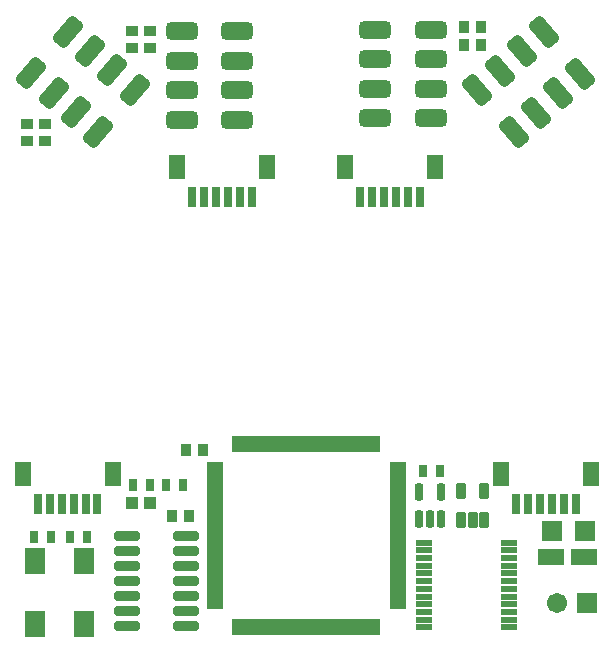
<source format=gts>
%FSTAX23Y23*%
%MOIN*%
%SFA1B1*%

%IPPOS*%
%AMD41*
4,1,8,-0.014800,0.019000,-0.014800,-0.019000,-0.005400,-0.028400,0.005400,-0.028400,0.014800,-0.019000,0.014800,0.019000,0.005400,0.028400,-0.005400,0.028400,-0.014800,0.019000,0.0*
1,1,0.018827,-0.005400,0.019000*
1,1,0.018827,-0.005400,-0.019000*
1,1,0.018827,0.005400,-0.019000*
1,1,0.018827,0.005400,0.019000*
%
%AMD47*
4,1,8,-0.032900,-0.015800,0.032900,-0.015800,0.042800,-0.005900,0.042800,0.005900,0.032900,0.015800,-0.032900,0.015800,-0.042800,0.005900,-0.042800,-0.005900,-0.032900,-0.015800,0.0*
1,1,0.019811,-0.032900,-0.005900*
1,1,0.019811,0.032900,-0.005900*
1,1,0.019811,0.032900,0.005900*
1,1,0.019811,-0.032900,0.005900*
%
%AMD48*
4,1,8,0.011600,0.027000,-0.011600,0.027000,-0.017200,0.021400,-0.017200,-0.021400,-0.011600,-0.027000,0.011600,-0.027000,0.017200,-0.021400,0.017200,0.021400,0.011600,0.027000,0.0*
1,1,0.011165,0.011600,0.021400*
1,1,0.011165,-0.011600,0.021400*
1,1,0.011165,-0.011600,-0.021400*
1,1,0.011165,0.011600,-0.021400*
%
%AMD52*
4,1,8,0.026000,-0.049000,0.044900,-0.032600,0.046500,-0.009300,-0.002700,0.047300,-0.026000,0.049000,-0.044900,0.032600,-0.046500,0.009300,0.002700,-0.047300,0.026000,-0.049000,0.0*
1,1,0.033000,0.015200,-0.036500*
1,1,0.033000,0.034000,-0.020100*
1,1,0.033000,-0.015200,0.036500*
1,1,0.033000,-0.034000,0.020100*
%
%AMD53*
4,1,8,0.054000,-0.012500,0.054000,0.012500,0.037500,0.029000,-0.037500,0.029000,-0.054000,0.012500,-0.054000,-0.012500,-0.037500,-0.029000,0.037500,-0.029000,0.054000,-0.012500,0.0*
1,1,0.033000,0.037500,-0.012500*
1,1,0.033000,0.037500,0.012500*
1,1,0.033000,-0.037500,0.012500*
1,1,0.033000,-0.037500,-0.012500*
%
%AMD55*
4,1,8,0.044900,0.032600,0.026000,0.049000,0.002700,0.047300,-0.046500,-0.009300,-0.044900,-0.032600,-0.026000,-0.049000,-0.002700,-0.047300,0.046500,0.009300,0.044900,0.032600,0.0*
1,1,0.033000,0.034000,0.020100*
1,1,0.033000,0.015200,0.036500*
1,1,0.033000,-0.034000,-0.020100*
1,1,0.033000,-0.015200,-0.036500*
%
%ADD38R,0.057212X0.023748*%
%ADD39R,0.086701X0.055201*%
%ADD40R,0.069023X0.065086*%
G04~CAMADD=41~8~0.0~0.0~568.2~296.5~94.1~0.0~15~0.0~0.0~0.0~0.0~0~0.0~0.0~0.0~0.0~0~0.0~0.0~0.0~90.0~296.0~568.0*
%ADD41D41*%
%ADD42R,0.055244X0.020598*%
%ADD43R,0.020598X0.055244*%
%ADD44R,0.031622X0.041464*%
%ADD45R,0.067055X0.086740*%
%ADD46R,0.033590X0.043433*%
G04~CAMADD=47~8~0.0~0.0~855.6~316.2~99.1~0.0~15~0.0~0.0~0.0~0.0~0~0.0~0.0~0.0~0.0~0~0.0~0.0~0.0~180.0~856.0~316.0*
%ADD47D47*%
G04~CAMADD=48~8~0.0~0.0~343.8~540.6~55.8~0.0~15~0.0~0.0~0.0~0.0~0~0.0~0.0~0.0~0.0~0~0.0~0.0~0.0~0.0~343.8~540.6*
%ADD48D48*%
%ADD49R,0.031622X0.069023*%
%ADD50R,0.055244X0.078866*%
%ADD51R,0.039500X0.039500*%
G04~CAMADD=52~8~0.0~0.0~580.0~1080.0~165.0~0.0~15~0.0~0.0~0.0~0.0~0~0.0~0.0~0.0~0.0~0~0.0~0.0~0.0~221.0~1010.0~1059.0*
%ADD52D52*%
G04~CAMADD=53~8~0.0~0.0~580.0~1080.0~165.0~0.0~15~0.0~0.0~0.0~0.0~0~0.0~0.0~0.0~0.0~0~0.0~0.0~0.0~270.0~1080.0~580.0*
%ADD53D53*%
%ADD54R,0.043433X0.033590*%
G04~CAMADD=55~8~0.0~0.0~580.0~1080.0~165.0~0.0~15~0.0~0.0~0.0~0.0~0~0.0~0.0~0.0~0.0~0~0.0~0.0~0.0~319.0~1010.0~1059.0*
%ADD55D55*%
%ADD56C,0.067055*%
%ADD57R,0.067055X0.067055*%
%LNhsmm-1*%
%LPD*%
G54D38*
X00392Y-00789D03*
Y-00814D03*
Y-0084D03*
Y-00866D03*
Y-00891D03*
Y-00917D03*
Y-00942D03*
Y-00968D03*
Y-00993D03*
Y-01019D03*
Y-01045D03*
Y-0107D03*
X00677Y-01019D03*
Y-00993D03*
Y-00968D03*
Y-00942D03*
Y-00917D03*
Y-00891D03*
Y-00866D03*
Y-0084D03*
Y-00814D03*
Y-00789D03*
Y-01045D03*
Y-0107D03*
G54D39*
X00815Y-00835D03*
X00925D03*
G54D40*
X00821Y-0075D03*
X00928D03*
G54D41*
X00375Y-00711D03*
X00412D03*
X0045D03*
Y-0062D03*
X00375D03*
G54D42*
X-00305Y-00528D03*
Y-00548D03*
Y-00568D03*
Y-00587D03*
Y-00607D03*
Y-00627D03*
Y-00646D03*
Y-00666D03*
Y-00686D03*
Y-00705D03*
Y-00725D03*
Y-00745D03*
Y-00765D03*
Y-00784D03*
Y-00804D03*
Y-00824D03*
Y-00843D03*
Y-00863D03*
Y-00883D03*
Y-00902D03*
Y-00922D03*
Y-00942D03*
Y-00961D03*
Y-00981D03*
Y-01001D03*
X00305D03*
Y-00981D03*
Y-00961D03*
Y-00942D03*
Y-00922D03*
Y-00902D03*
Y-00883D03*
Y-00863D03*
Y-00843D03*
Y-00824D03*
Y-00804D03*
Y-00784D03*
Y-00765D03*
Y-00745D03*
Y-00725D03*
Y-00705D03*
Y-00686D03*
Y-00666D03*
Y-00646D03*
Y-00627D03*
Y-00607D03*
Y-00587D03*
Y-00568D03*
Y-00548D03*
Y-00528D03*
G54D43*
X-00236Y-0107D03*
X-00216D03*
X-00196D03*
X-00177D03*
X-00157D03*
X-00137D03*
X-00118D03*
X-00098D03*
X-00078D03*
X-00059D03*
X-00039D03*
X-00019D03*
X0D03*
X00019D03*
X00039D03*
X00059D03*
X00078D03*
X00098D03*
X00118D03*
X00137D03*
X00157D03*
X00177D03*
X00196D03*
X00216D03*
X00236D03*
Y-00459D03*
X00216D03*
X00196D03*
X00177D03*
X00157D03*
X00137D03*
X00118D03*
X00098D03*
X00078D03*
X00059D03*
X00039D03*
X00019D03*
X0D03*
X-00019D03*
X-00039D03*
X-00059D03*
X-00078D03*
X-00098D03*
X-00118D03*
X-00137D03*
X-00157D03*
X-00177D03*
X-00196D03*
X-00216D03*
X-00236D03*
G54D44*
X-00578Y-00595D03*
X-00521D03*
X-00908Y-0077D03*
X-00851D03*
X-00731D03*
X-00788D03*
X-00411Y-00595D03*
X-00468D03*
X00447Y-0055D03*
X0039D03*
G54D45*
X-0074Y-00848D03*
Y-01061D03*
X-00905Y-00848D03*
Y-01061D03*
G54D46*
X-00345Y-0048D03*
X-00402D03*
X-0039Y-007D03*
X-00447D03*
X00526Y0087D03*
X00583D03*
X00526Y0093D03*
X00583D03*
G54D47*
X-00402Y-01065D03*
Y-01015D03*
Y-00965D03*
Y-00915D03*
Y-00865D03*
Y-00815D03*
Y-00765D03*
X-00597D03*
Y-00815D03*
Y-00865D03*
Y-00915D03*
Y-00965D03*
Y-01015D03*
Y-01065D03*
G54D48*
X00517Y-00713D03*
X00555D03*
X00592D03*
Y-00616D03*
X00517D03*
G54D49*
X-00893Y-00659D03*
X-00854D03*
X-00814D03*
X-00775D03*
X-00735D03*
X-00696D03*
X00701Y-0066D03*
X00741D03*
X0078D03*
X0082D03*
X00859D03*
X00898D03*
X-00379Y00365D03*
X-0034D03*
X-003D03*
X-00261D03*
X-00221D03*
X-00182D03*
X00181Y00365D03*
X0022D03*
X0026D03*
X00299D03*
X00339D03*
X00378D03*
G54D50*
X-00944Y-0056D03*
X-00645D03*
X0065Y-0056D03*
X00949D03*
X-0043Y00464D03*
X-00131D03*
X0013Y00464D03*
X00429D03*
G54D51*
X-0052Y-00655D03*
X-00579D03*
G54D52*
X00914Y00774D03*
X0084Y00709D03*
X00766Y00645D03*
X00692Y0058D03*
X00793Y00914D03*
X00719Y00849D03*
X00645Y00785D03*
X0057Y0072D03*
G54D53*
X00415Y00921D03*
Y00823D03*
Y00725D03*
Y00626D03*
X0023Y00921D03*
Y00823D03*
Y00725D03*
Y00626D03*
X-0023Y00916D03*
Y00818D03*
Y0072D03*
Y00621D03*
X-00415Y00916D03*
Y00818D03*
Y0072D03*
Y00621D03*
G54D54*
X-0052Y00918D03*
Y00861D03*
X-0058Y00918D03*
Y00861D03*
X-0093Y00608D03*
Y00551D03*
X-0087Y00608D03*
Y00551D03*
G54D55*
X-00795Y00915D03*
X-00721Y00851D03*
X-00646Y00786D03*
X-00572Y00722D03*
X-00916Y00776D03*
X-00842Y00711D03*
X-00768Y00646D03*
X-00693Y00582D03*
G54D56*
X00835Y-0099D03*
G54D57*
X00935Y-0099D03*
M02*
</source>
